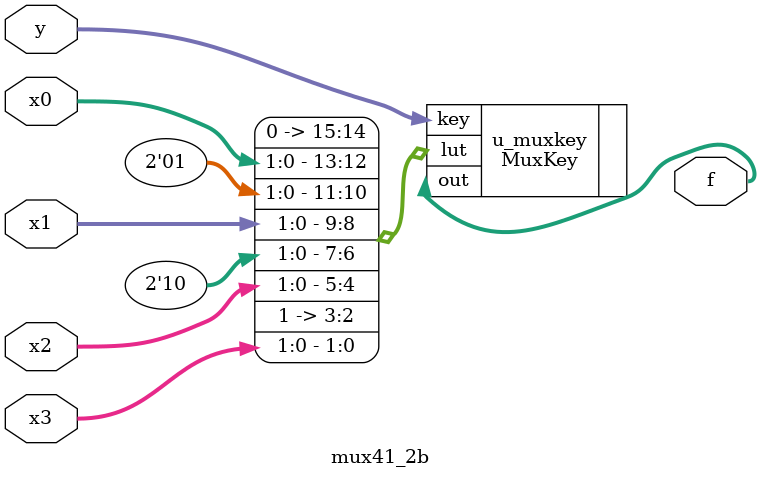
<source format=v>
module mux41_2b(
`ifdef NVBOARD
    input clk,
`endif
    input [1:0]x0,
    input [1:0]x1,
    input [1:0]x2,
    input [1:0]x3,
    input [1:0]y,
    output [1:0]f
);

MuxKey #(
    .NR_KEY(4),
    .KEY_LEN(2),
    .DATA_LEN(2)
) u_muxkey(
    .key(y),
    .out(f),
    .lut({
        2'b00,x0,
        2'b01,x1,
        2'b10,x2,
        2'b11,x3})
    );

endmodule


</source>
